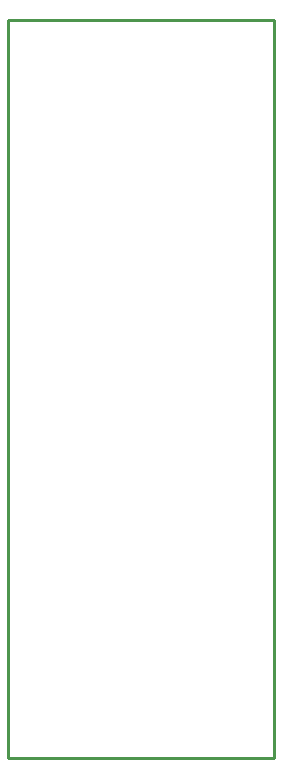
<source format=gbr>
G04 EAGLE Gerber RS-274X export*
G75*
%MOMM*%
%FSLAX34Y34*%
%LPD*%
%IN*%
%IPPOS*%
%AMOC8*
5,1,8,0,0,1.08239X$1,22.5*%
G01*
%ADD10C,0.254000*%


D10*
X0Y0D02*
X225000Y0D01*
X225000Y625000D01*
X0Y625000D01*
X0Y0D01*
M02*

</source>
